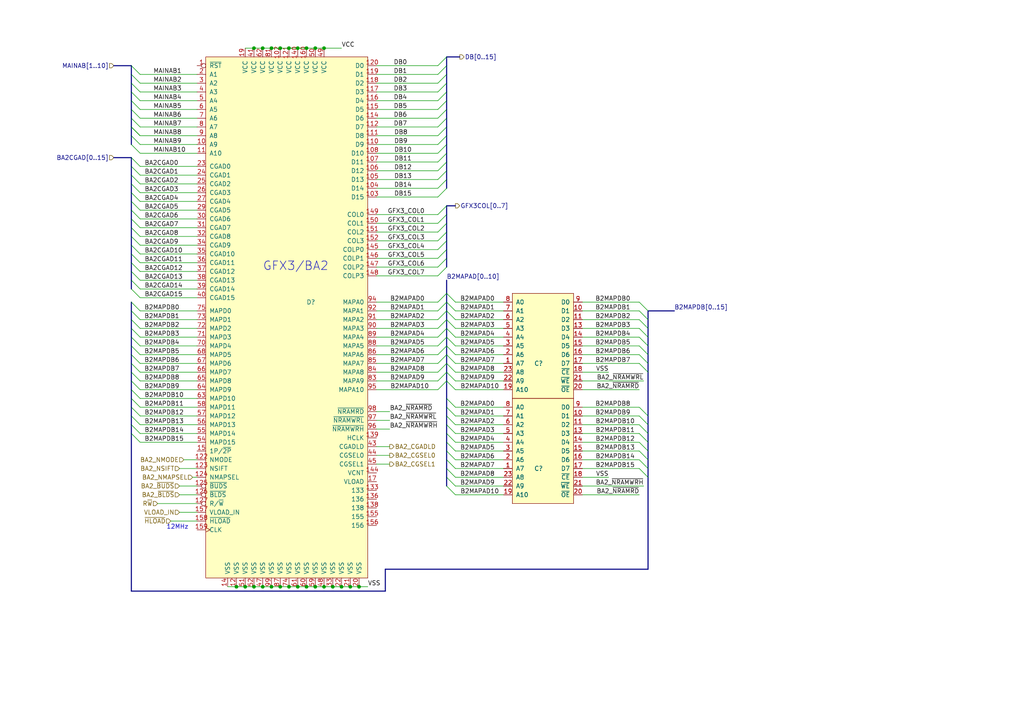
<source format=kicad_sch>
(kicad_sch (version 20211123) (generator eeschema)
  (paper "A4")
  (title_block (date "2022-03-10") (rev "José Tejada") (company "JOTEGO") (comment 1 "PCB donated by Atrac17 & DJHardRich") (comment 2 "Esperanza D Triana") (comment 3 "https://www.paypal.com/paypalme/topapate") (comment 4 "https://www.patreon.com/topapate"))
  (lib_symbols
    (symbol "arcade:CXK5816" (pin_names (offset 1.016))
      (property "Reference" "U" (at 0 0 0))
      (property "Value" "arcade_CXK5816" (at 1.27 6.35 0))
      (symbol "CXK5816_0_1"
        (rectangle (start -7.62 20.32) (end 10.16 -10.16) (fill (type background)))
      )
      (symbol "CXK5816_1_1"
        (pin input line (at -10.16 0 0) (length 2.54) (name "A7") (number "1"))
        (pin bidirectional line (at 12.7 15.24 180) (length 2.54) (name "D1") (number "10"))
        (pin bidirectional line (at 12.7 12.7 180) (length 2.54) (name "D2") (number "11"))
        (pin bidirectional line (at 12.7 10.16 180) (length 2.54) (name "D3") (number "13"))
        (pin bidirectional line (at 12.7 7.62 180) (length 2.54) (name "D4") (number "14"))
        (pin bidirectional line (at 12.7 5.08 180) (length 2.54) (name "D5") (number "15"))
        (pin bidirectional line (at 12.7 2.54 180) (length 2.54) (name "D6") (number "16"))
        (pin bidirectional line (at 12.7 0 180) (length 2.54) (name "D7") (number "17"))
        (pin input line (at 12.7 -2.54 180) (length 2.54) (name "~{CE}") (number "18"))
        (pin input line (at -10.16 -7.62 0) (length 2.54) (name "A10") (number "19"))
        (pin input line (at -10.16 2.54 0) (length 2.54) (name "A6") (number "2"))
        (pin input line (at 12.7 -7.62 180) (length 2.54) (name "~{OE}") (number "20"))
        (pin input line (at 12.7 -5.08 180) (length 2.54) (name "~{WE}") (number "21"))
        (pin input line (at -10.16 -5.08 0) (length 2.54) (name "A9") (number "22"))
        (pin input line (at -10.16 -2.54 0) (length 2.54) (name "A8") (number "23"))
        (pin input line (at -10.16 5.08 0) (length 2.54) (name "A5") (number "3"))
        (pin input line (at -10.16 7.62 0) (length 2.54) (name "A4") (number "4"))
        (pin input line (at -10.16 10.16 0) (length 2.54) (name "A3") (number "5"))
        (pin input line (at -10.16 12.7 0) (length 2.54) (name "A2") (number "6"))
        (pin input line (at -10.16 15.24 0) (length 2.54) (name "A1") (number "7"))
        (pin input line (at -10.16 17.78 0) (length 2.54) (name "A0") (number "8"))
        (pin bidirectional line (at 12.7 17.78 180) (length 2.54) (name "D0") (number "9"))
      )
    )
    (symbol "data_east:BAC06" (pin_names (offset 1.016))
      (property "Reference" "U" (at -1.27 2.54 0))
      (property "Value" "data_east_BAC06" (at -1.27 0 0))
      (symbol "BAC06_0_1"
        (rectangle (start -25.4 72.39) (end 21.59 -78.74) (fill (type background)))
      )
      (symbol "BAC06_1_1"
        (pin input inverted (at -27.94 69.85 0) (length 2.54) (name "~{RST}") (number "1"))
        (pin input line (at -27.94 46.99 0) (length 2.54) (name "A9") (number "10"))
        (pin power_in line (at -3.81 74.93 270) (length 2.54) (name "VCC") (number "102"))
        (pin bidirectional line (at 24.13 31.75 180) (length 2.54) (name "D15") (number "103"))
        (pin bidirectional line (at 24.13 34.29 180) (length 2.54) (name "D14") (number "104"))
        (pin bidirectional line (at 24.13 36.83 180) (length 2.54) (name "D13") (number "105"))
        (pin bidirectional line (at 24.13 39.37 180) (length 2.54) (name "D12") (number "106"))
        (pin bidirectional line (at 24.13 41.91 180) (length 2.54) (name "D11") (number "107"))
        (pin bidirectional line (at 24.13 44.45 180) (length 2.54) (name "D10") (number "108"))
        (pin input line (at -27.94 44.45 0) (length 2.54) (name "A10") (number "11"))
        (pin bidirectional line (at 24.13 46.99 180) (length 2.54) (name "D9") (number "110"))
        (pin bidirectional line (at 24.13 49.53 180) (length 2.54) (name "D8") (number "111"))
        (pin bidirectional line (at 24.13 52.07 180) (length 2.54) (name "D7") (number "112"))
        (pin bidirectional line (at 24.13 54.61 180) (length 2.54) (name "D6") (number "114"))
        (pin bidirectional line (at 24.13 57.15 180) (length 2.54) (name "D5") (number "115"))
        (pin bidirectional line (at 24.13 59.69 180) (length 2.54) (name "D4") (number "116"))
        (pin bidirectional line (at 24.13 62.23 180) (length 2.54) (name "D3") (number "117"))
        (pin bidirectional line (at 24.13 64.77 180) (length 2.54) (name "D2") (number "118"))
        (pin bidirectional line (at 24.13 67.31 180) (length 2.54) (name "D1") (number "119"))
        (pin power_in line (at -16.51 -81.28 90) (length 2.54) (name "VSS") (number "12"))
        (pin bidirectional line (at 24.13 69.85 180) (length 2.54) (name "D0") (number "120"))
        (pin power_in line (at -1.27 74.93 270) (length 2.54) (name "VCC") (number "121"))
        (pin input line (at -27.94 -44.45 0) (length 2.54) (name "NMODE") (number "122"))
        (pin input line (at -27.94 -46.99 0) (length 2.54) (name "NSIFT") (number "123"))
        (pin input line (at -27.94 -49.53 0) (length 2.54) (name "NMAPSEL") (number "124"))
        (pin input inverted (at -27.94 -52.07 0) (length 2.54) (name "~{BUDS}") (number "125"))
        (pin input inverted (at -27.94 -54.61 0) (length 2.54) (name "~{BLDS}") (number "126"))
        (pin input inverted (at -27.94 -57.15 0) (length 2.54) (name "R/~{W}") (number "127"))
        (pin output line (at 24.13 -53.34 180) (length 2.54) (name "133") (number "133"))
        (pin output line (at 24.13 -55.88 180) (length 2.54) (name "136") (number "136"))
        (pin output line (at 24.13 -58.42 180) (length 2.54) (name "138") (number "138"))
        (pin output line (at 24.13 -38.1 180) (length 2.54) (name "HCLK") (number "139"))
        (pin power_in line (at -19.05 -81.28 90) (length 2.54) (name "VSS") (number "14"))
        (pin power_in line (at 1.27 74.93 270) (length 2.54) (name "VCC") (number "140"))
        (pin output line (at 24.13 -48.26 180) (length 2.54) (name "VCNT") (number "144"))
        (pin output line (at 24.13 16.51 180) (length 2.54) (name "COLP0") (number "145"))
        (pin output line (at 24.13 13.97 180) (length 2.54) (name "COLP1") (number "146"))
        (pin output line (at 24.13 11.43 180) (length 2.54) (name "COLP2") (number "147"))
        (pin output line (at 24.13 8.89 180) (length 2.54) (name "COLP3") (number "148"))
        (pin output line (at 24.13 26.67 180) (length 2.54) (name "COL0") (number "149"))
        (pin input line (at -27.94 -41.91 0) (length 2.54) (name "1P/~{2P}") (number "15"))
        (pin output line (at 24.13 24.13 180) (length 2.54) (name "COL1") (number "150"))
        (pin output line (at 24.13 21.59 180) (length 2.54) (name "COL2") (number "151"))
        (pin output line (at 24.13 19.05 180) (length 2.54) (name "COL3") (number "152"))
        (pin output line (at 24.13 -60.96 180) (length 2.54) (name "155") (number "155"))
        (pin output line (at 24.13 -63.5 180) (length 2.54) (name "156") (number "156"))
        (pin input line (at -27.94 -59.69 0) (length 2.54) (name "VLOAD_IN") (number "157"))
        (pin input line (at -27.94 -62.23 0) (length 2.54) (name "~{HLOAD}") (number "158"))
        (pin input clock (at -27.94 -64.77 0) (length 2.54) (name "CLK") (number "159"))
        (pin power_in line (at 3.81 74.93 270) (length 2.54) (name "VCC") (number "160"))
        (pin output line (at 24.13 -50.8 180) (length 2.54) (name "VLOAD") (number "17"))
        (pin power_in line (at -13.97 74.93 270) (length 2.54) (name "VCC") (number "19"))
        (pin input line (at -27.94 67.31 0) (length 2.54) (name "A1") (number "2"))
        (pin power_in line (at 19.05 -81.28 90) (length 2.54) (name "VSS") (number "20"))
        (pin power_in line (at 16.51 -81.28 90) (length 2.54) (name "VSS") (number "21"))
        (pin power_in line (at 13.97 -81.28 90) (length 2.54) (name "VSS") (number "22"))
        (pin bidirectional line (at -27.94 40.64 0) (length 2.54) (name "CGAD0") (number "23"))
        (pin bidirectional line (at -27.94 38.1 0) (length 2.54) (name "CGAD1") (number "24"))
        (pin bidirectional line (at -27.94 35.56 0) (length 2.54) (name "CGAD2") (number "25"))
        (pin bidirectional line (at -27.94 33.02 0) (length 2.54) (name "CGAD3") (number "26"))
        (pin bidirectional line (at -27.94 30.48 0) (length 2.54) (name "CGAD4") (number "27"))
        (pin bidirectional line (at -27.94 27.94 0) (length 2.54) (name "CGAD5") (number "29"))
        (pin input line (at -27.94 64.77 0) (length 2.54) (name "A2") (number "3"))
        (pin bidirectional line (at -27.94 25.4 0) (length 2.54) (name "CGAD6") (number "30"))
        (pin bidirectional line (at -27.94 22.86 0) (length 2.54) (name "CGAD7") (number "31"))
        (pin bidirectional line (at -27.94 20.32 0) (length 2.54) (name "CGAD8") (number "32"))
        (pin power_in line (at 11.43 -81.28 90) (length 2.54) (name "VSS") (number "33"))
        (pin bidirectional line (at -27.94 17.78 0) (length 2.54) (name "CGAD9") (number "34"))
        (pin bidirectional line (at -27.94 15.24 0) (length 2.54) (name "CGAD10") (number "35"))
        (pin bidirectional line (at -27.94 12.7 0) (length 2.54) (name "CGAD11") (number "36"))
        (pin bidirectional line (at -27.94 10.16 0) (length 2.54) (name "CGAD12") (number "37"))
        (pin bidirectional line (at -27.94 7.62 0) (length 2.54) (name "CGAD13") (number "38"))
        (pin bidirectional line (at -27.94 5.08 0) (length 2.54) (name "CGAD14") (number "39"))
        (pin input line (at -27.94 62.23 0) (length 2.54) (name "A3") (number "4"))
        (pin bidirectional line (at -27.94 2.54 0) (length 2.54) (name "CGAD15") (number "40"))
        (pin power_in line (at -11.43 74.93 270) (length 2.54) (name "VCC") (number "41"))
        (pin output line (at 24.13 -40.64 180) (length 2.54) (name "CGADLD") (number "43"))
        (pin output line (at 24.13 -43.18 180) (length 2.54) (name "CGSEL0") (number "44"))
        (pin output line (at 24.13 -45.72 180) (length 2.54) (name "CGSEL1") (number "45"))
        (pin power_in line (at -8.89 -81.28 90) (length 2.54) (name "VSS") (number "47"))
        (pin power_in line (at 8.89 -81.28 90) (length 2.54) (name "VSS") (number "48"))
        (pin power_in line (at 8.89 74.93 270) (length 2.54) (name "VCC") (number "49"))
        (pin input line (at -27.94 59.69 0) (length 2.54) (name "A4") (number "5"))
        (pin power_in line (at 6.35 74.93 270) (length 2.54) (name "VCC") (number "50"))
        (pin power_in line (at -13.97 -81.28 90) (length 2.54) (name "VSS") (number "51"))
        (pin power_in line (at -11.43 -81.28 90) (length 2.54) (name "VSS") (number "52"))
        (pin bidirectional line (at -27.94 -39.37 0) (length 2.54) (name "MAPD15") (number "54"))
        (pin bidirectional line (at -27.94 -36.83 0) (length 2.54) (name "MAPD14") (number "55"))
        (pin bidirectional line (at -27.94 -34.29 0) (length 2.54) (name "MAPD13") (number "56"))
        (pin bidirectional line (at -27.94 -31.75 0) (length 2.54) (name "MAPD12") (number "57"))
        (pin bidirectional line (at -27.94 -29.21 0) (length 2.54) (name "MAPD11") (number "58"))
        (pin power_in line (at 6.35 -81.28 90) (length 2.54) (name "VSS") (number "59"))
        (pin input line (at -27.94 57.15 0) (length 2.54) (name "A5") (number "6"))
        (pin power_in line (at 3.81 -81.28 90) (length 2.54) (name "VSS") (number "60"))
        (pin power_in line (at 1.27 -81.28 90) (length 2.54) (name "VSS") (number "61"))
        (pin power_in line (at -8.89 74.93 270) (length 2.54) (name "VCC") (number "62"))
        (pin bidirectional line (at -27.94 -26.67 0) (length 2.54) (name "MAPD10") (number "63"))
        (pin bidirectional line (at -27.94 -24.13 0) (length 2.54) (name "MAPD9") (number "64"))
        (pin bidirectional line (at -27.94 -21.59 0) (length 2.54) (name "MAPD8") (number "65"))
        (pin bidirectional line (at -27.94 -19.05 0) (length 2.54) (name "MAPD7") (number "66"))
        (pin bidirectional line (at -27.94 -16.51 0) (length 2.54) (name "MAPD6") (number "67"))
        (pin bidirectional line (at -27.94 -13.97 0) (length 2.54) (name "MAPD5") (number "68"))
        (pin input line (at -27.94 54.61 0) (length 2.54) (name "A6") (number "7"))
        (pin bidirectional line (at -27.94 -11.43 0) (length 2.54) (name "MAPD4") (number "70"))
        (pin bidirectional line (at -27.94 -8.89 0) (length 2.54) (name "MAPD3") (number "71"))
        (pin bidirectional line (at -27.94 -6.35 0) (length 2.54) (name "MAPD2") (number "72"))
        (pin bidirectional line (at -27.94 -3.81 0) (length 2.54) (name "MAPD1") (number "73"))
        (pin power_in line (at -1.27 -81.28 90) (length 2.54) (name "VSS") (number "74"))
        (pin bidirectional line (at -27.94 -1.27 0) (length 2.54) (name "MAPD0") (number "75"))
        (pin input line (at -27.94 52.07 0) (length 2.54) (name "A7") (number "8"))
        (pin power_in line (at -6.35 74.93 270) (length 2.54) (name "VCC") (number "81"))
        (pin output line (at 24.13 -21.59 180) (length 2.54) (name "MAPA9") (number "83"))
        (pin output line (at 24.13 -19.05 180) (length 2.54) (name "MAPA8") (number "84"))
        (pin output line (at 24.13 -16.51 180) (length 2.54) (name "MAPA7") (number "85"))
        (pin output line (at 24.13 -13.97 180) (length 2.54) (name "MAPA6") (number "86"))
        (pin power_in line (at -3.81 -81.28 90) (length 2.54) (name "VSS") (number "87"))
        (pin output line (at 24.13 -11.43 180) (length 2.54) (name "MAPA5") (number "88"))
        (pin output line (at 24.13 -8.89 180) (length 2.54) (name "MAPA4") (number "89"))
        (pin input line (at -27.94 49.53 0) (length 2.54) (name "A8") (number "9"))
        (pin output line (at 24.13 -6.35 180) (length 2.54) (name "MAPA3") (number "90"))
        (pin output line (at 24.13 -3.81 180) (length 2.54) (name "MAPA2") (number "91"))
        (pin output line (at 24.13 -1.27 180) (length 2.54) (name "MAPA1") (number "92"))
        (pin output line (at 24.13 1.27 180) (length 2.54) (name "MAPA0") (number "94"))
        (pin output line (at 24.13 -24.13 180) (length 2.54) (name "MAPA10") (number "95"))
        (pin output line (at 24.13 -35.56 180) (length 2.54) (name "~{NRAMWRH}") (number "96"))
        (pin output line (at 24.13 -33.02 180) (length 2.54) (name "~{NRAMWRL}") (number "97"))
        (pin output line (at 24.13 -30.48 180) (length 2.54) (name "~{NRAMRD}") (number "98"))
        (pin power_in line (at -6.35 -81.28 90) (length 2.54) (name "VSS") (number "99"))
      )
    )
  )
  (junction (at 93.98 13.97))
  (junction (at 73.66 170.18))
  (junction (at 76.2 170.18))
  (junction (at 88.9 170.18))
  (junction (at 101.6 170.18))
  (junction (at 76.2 13.97))
  (junction (at 86.36 170.18))
  (junction (at 93.98 170.18))
  (junction (at 88.9 13.97))
  (junction (at 68.58 170.18))
  (junction (at 91.44 170.18))
  (junction (at 78.74 13.97))
  (junction (at 91.44 13.97))
  (junction (at 81.28 170.18))
  (junction (at 104.14 170.18))
  (junction (at 73.66 13.97))
  (junction (at 83.82 170.18))
  (junction (at 96.52 170.18))
  (junction (at 71.12 170.18))
  (junction (at 99.06 170.18))
  (junction (at 81.28 13.97))
  (junction (at 83.82 13.97))
  (junction (at 86.36 13.97))
  (junction (at 78.74 170.18))
  (bus_entry (at 40.64 58.42) (size -2.54 -2.54))
  (bus_entry (at 129.54 140.97) (size 2.54 2.54))
  (bus_entry (at 129.54 85.09) (size 2.54 2.54))
  (bus_entry (at 127 100.33) (size 2.54 -2.54))
  (bus_entry (at 129.54 100.33) (size 2.54 2.54))
  (bus_entry (at 40.64 83.82) (size -2.54 -2.54))
  (bus_entry (at 40.64 115.57) (size -2.54 -2.54))
  (bus_entry (at 187.96 125.73) (size -2.54 -2.54))
  (bus_entry (at 187.96 100.33) (size -2.54 -2.54))
  (bus_entry (at 129.54 36.83) (size -2.54 2.54))
  (bus_entry (at 129.54 135.89) (size 2.54 2.54))
  (bus_entry (at 40.64 86.36) (size -2.54 -2.54))
  (bus_entry (at 129.54 52.07) (size -2.54 2.54))
  (bus_entry (at 127 87.63) (size 2.54 -2.54))
  (bus_entry (at 40.64 110.49) (size -2.54 -2.54))
  (bus_entry (at 187.96 92.71) (size -2.54 -2.54))
  (bus_entry (at 127 107.95) (size 2.54 -2.54))
  (bus_entry (at 38.1 21.59) (size 2.54 2.54))
  (bus_entry (at 38.1 39.37) (size 2.54 2.54))
  (bus_entry (at 38.1 36.83) (size 2.54 2.54))
  (bus_entry (at 40.64 53.34) (size -2.54 -2.54))
  (bus_entry (at 40.64 63.5) (size -2.54 -2.54))
  (bus_entry (at 187.96 133.35) (size -2.54 -2.54))
  (bus_entry (at 127 80.01) (size 2.54 -2.54))
  (bus_entry (at 127 113.03) (size 2.54 -2.54))
  (bus_entry (at 187.96 120.65) (size -2.54 -2.54))
  (bus_entry (at 40.64 90.17) (size -2.54 -2.54))
  (bus_entry (at 187.96 130.81) (size -2.54 -2.54))
  (bus_entry (at 38.1 29.21) (size 2.54 2.54))
  (bus_entry (at 127 24.13) (size 2.54 -2.54))
  (bus_entry (at 127 62.23) (size 2.54 -2.54))
  (bus_entry (at 129.54 46.99) (size -2.54 2.54))
  (bus_entry (at 38.1 34.29) (size 2.54 2.54))
  (bus_entry (at 40.64 118.11) (size -2.54 -2.54))
  (bus_entry (at 40.64 71.12) (size -2.54 -2.54))
  (bus_entry (at 127 74.93) (size 2.54 -2.54))
  (bus_entry (at 129.54 138.43) (size 2.54 2.54))
  (bus_entry (at 40.64 105.41) (size -2.54 -2.54))
  (bus_entry (at 40.64 113.03) (size -2.54 -2.54))
  (bus_entry (at 127 29.21) (size 2.54 -2.54))
  (bus_entry (at 40.64 76.2) (size -2.54 -2.54))
  (bus_entry (at 127 21.59) (size 2.54 -2.54))
  (bus_entry (at 127 67.31) (size 2.54 -2.54))
  (bus_entry (at 187.96 95.25) (size -2.54 -2.54))
  (bus_entry (at 40.64 107.95) (size -2.54 -2.54))
  (bus_entry (at 129.54 105.41) (size 2.54 2.54))
  (bus_entry (at 187.96 138.43) (size -2.54 -2.54))
  (bus_entry (at 129.54 102.87) (size 2.54 2.54))
  (bus_entry (at 127 69.85) (size 2.54 -2.54))
  (bus_entry (at 129.54 107.95) (size 2.54 2.54))
  (bus_entry (at 127 26.67) (size 2.54 -2.54))
  (bus_entry (at 127 102.87) (size 2.54 -2.54))
  (bus_entry (at 40.64 66.04) (size -2.54 -2.54))
  (bus_entry (at 40.64 55.88) (size -2.54 -2.54))
  (bus_entry (at 40.64 128.27) (size -2.54 -2.54))
  (bus_entry (at 129.54 123.19) (size 2.54 2.54))
  (bus_entry (at 129.54 95.25) (size 2.54 2.54))
  (bus_entry (at 38.1 24.13) (size 2.54 2.54))
  (bus_entry (at 40.64 97.79) (size -2.54 -2.54))
  (bus_entry (at 129.54 128.27) (size 2.54 2.54))
  (bus_entry (at 129.54 110.49) (size 2.54 2.54))
  (bus_entry (at 129.54 118.11) (size 2.54 2.54))
  (bus_entry (at 40.64 48.26) (size -2.54 -2.54))
  (bus_entry (at 127 36.83) (size 2.54 -2.54))
  (bus_entry (at 187.96 107.95) (size -2.54 -2.54))
  (bus_entry (at 187.96 97.79) (size -2.54 -2.54))
  (bus_entry (at 187.96 105.41) (size -2.54 -2.54))
  (bus_entry (at 129.54 54.61) (size -2.54 2.54))
  (bus_entry (at 40.64 95.25) (size -2.54 -2.54))
  (bus_entry (at 127 77.47) (size 2.54 -2.54))
  (bus_entry (at 187.96 90.17) (size -2.54 -2.54))
  (bus_entry (at 40.64 50.8) (size -2.54 -2.54))
  (bus_entry (at 187.96 123.19) (size -2.54 -2.54))
  (bus_entry (at 127 110.49) (size 2.54 -2.54))
  (bus_entry (at 127 105.41) (size 2.54 -2.54))
  (bus_entry (at 40.64 78.74) (size -2.54 -2.54))
  (bus_entry (at 40.64 123.19) (size -2.54 -2.54))
  (bus_entry (at 129.54 115.57) (size 2.54 2.54))
  (bus_entry (at 127 19.05) (size 2.54 -2.54))
  (bus_entry (at 187.96 128.27) (size -2.54 -2.54))
  (bus_entry (at 187.96 102.87) (size -2.54 -2.54))
  (bus_entry (at 129.54 130.81) (size 2.54 2.54))
  (bus_entry (at 127 72.39) (size 2.54 -2.54))
  (bus_entry (at 40.64 92.71) (size -2.54 -2.54))
  (bus_entry (at 129.54 92.71) (size 2.54 2.54))
  (bus_entry (at 129.54 97.79) (size 2.54 2.54))
  (bus_entry (at 129.54 133.35) (size 2.54 2.54))
  (bus_entry (at 129.54 120.65) (size 2.54 2.54))
  (bus_entry (at 187.96 135.89) (size -2.54 -2.54))
  (bus_entry (at 127 92.71) (size 2.54 -2.54))
  (bus_entry (at 129.54 44.45) (size -2.54 2.54))
  (bus_entry (at 40.64 100.33) (size -2.54 -2.54))
  (bus_entry (at 127 95.25) (size 2.54 -2.54))
  (bus_entry (at 127 34.29) (size 2.54 -2.54))
  (bus_entry (at 38.1 31.75) (size 2.54 2.54))
  (bus_entry (at 40.64 102.87) (size -2.54 -2.54))
  (bus_entry (at 38.1 19.05) (size 2.54 2.54))
  (bus_entry (at 40.64 125.73) (size -2.54 -2.54))
  (bus_entry (at 40.64 60.96) (size -2.54 -2.54))
  (bus_entry (at 129.54 87.63) (size 2.54 2.54))
  (bus_entry (at 129.54 90.17) (size 2.54 2.54))
  (bus_entry (at 38.1 26.67) (size 2.54 2.54))
  (bus_entry (at 40.64 120.65) (size -2.54 -2.54))
  (bus_entry (at 129.54 39.37) (size -2.54 2.54))
  (bus_entry (at 38.1 41.91) (size 2.54 2.54))
  (bus_entry (at 40.64 73.66) (size -2.54 -2.54))
  (bus_entry (at 129.54 49.53) (size -2.54 2.54))
  (bus_entry (at 129.54 41.91) (size -2.54 2.54))
  (bus_entry (at 40.64 81.28) (size -2.54 -2.54))
  (bus_entry (at 38.1 36.83) (size 2.54 2.54))
  (bus_entry (at 127 31.75) (size 2.54 -2.54))
  (bus_entry (at 129.54 125.73) (size 2.54 2.54))
  (bus_entry (at 127 90.17) (size 2.54 -2.54))
  (bus_entry (at 127 97.79) (size 2.54 -2.54))
  (bus_entry (at 127 64.77) (size 2.54 -2.54))
  (bus_entry (at 40.64 68.58) (size -2.54 -2.54))
  (wire (pts (xy 52.07 135.89) (xy 57.15 135.89)))
  (bus (pts (xy 129.54 34.29) (xy 129.54 36.83)))
  (wire (pts (xy 40.64 120.65) (xy 57.15 120.65)))
  (bus (pts (xy 187.96 100.33) (xy 187.96 102.87)))
  (wire (pts (xy 73.66 170.18) (xy 76.2 170.18)))
  (bus (pts (xy 38.1 31.75) (xy 38.1 34.29)))
  (bus (pts (xy 38.1 68.58) (xy 38.1 71.12)))
  (bus (pts (xy 38.1 76.2) (xy 38.1 78.74)))
  (wire (pts (xy 185.42 87.63) (xy 168.91 87.63)))
  (bus (pts (xy 38.1 95.25) (xy 38.1 97.79)))
  (wire (pts (xy 185.42 100.33) (xy 168.91 100.33)))
  (wire (pts (xy 88.9 13.97) (xy 86.36 13.97)))
  (wire (pts (xy 40.64 44.45) (xy 57.15 44.45)))
  (wire (pts (xy 40.64 102.87) (xy 57.15 102.87)))
  (bus (pts (xy 38.1 58.42) (xy 38.1 60.96)))
  (bus (pts (xy 38.1 53.34) (xy 38.1 55.88)))
  (bus (pts (xy 129.54 44.45) (xy 129.54 46.99)))
  (wire (pts (xy 185.42 92.71) (xy 168.91 92.71)))
  (wire (pts (xy 132.08 97.79) (xy 146.05 97.79)))
  (bus (pts (xy 129.54 21.59) (xy 129.54 24.13)))
  (bus (pts (xy 187.96 92.71) (xy 187.96 95.25)))
  (bus (pts (xy 129.54 102.87) (xy 129.54 105.41)))
  (bus (pts (xy 38.1 71.12) (xy 38.1 73.66)))
  (wire (pts (xy 185.42 125.73) (xy 168.91 125.73)))
  (bus (pts (xy 38.1 97.79) (xy 38.1 100.33)))
  (wire (pts (xy 185.42 118.11) (xy 168.91 118.11)))
  (bus (pts (xy 129.54 67.31) (xy 129.54 69.85)))
  (wire (pts (xy 113.03 132.08) (xy 109.22 132.08)))
  (bus (pts (xy 38.1 36.83) (xy 38.1 39.37)))
  (wire (pts (xy 109.22 74.93) (xy 127 74.93)))
  (wire (pts (xy 40.64 128.27) (xy 57.15 128.27)))
  (bus (pts (xy 38.1 87.63) (xy 38.1 90.17)))
  (bus (pts (xy 129.54 138.43) (xy 129.54 140.97)))
  (bus (pts (xy 38.1 92.71) (xy 38.1 95.25)))
  (wire (pts (xy 52.07 148.59) (xy 57.15 148.59)))
  (wire (pts (xy 91.44 13.97) (xy 88.9 13.97)))
  (bus (pts (xy 38.1 118.11) (xy 38.1 120.65)))
  (bus (pts (xy 129.54 29.21) (xy 129.54 31.75)))
  (bus (pts (xy 187.96 123.19) (xy 187.96 125.73)))
  (wire (pts (xy 132.08 90.17) (xy 146.05 90.17)))
  (wire (pts (xy 40.64 76.2) (xy 57.15 76.2)))
  (wire (pts (xy 71.12 170.18) (xy 73.66 170.18)))
  (wire (pts (xy 132.08 120.65) (xy 146.05 120.65)))
  (wire (pts (xy 40.64 60.96) (xy 57.15 60.96)))
  (bus (pts (xy 38.1 125.73) (xy 38.1 171.45)))
  (wire (pts (xy 109.22 64.77) (xy 127 64.77)))
  (bus (pts (xy 129.54 62.23) (xy 129.54 64.77)))
  (bus (pts (xy 38.1 105.41) (xy 38.1 107.95)))
  (bus (pts (xy 187.96 97.79) (xy 187.96 100.33)))
  (wire (pts (xy 40.64 71.12) (xy 57.15 71.12)))
  (wire (pts (xy 40.64 81.28) (xy 57.15 81.28)))
  (wire (pts (xy 185.42 90.17) (xy 168.91 90.17)))
  (bus (pts (xy 129.54 133.35) (xy 129.54 135.89)))
  (bus (pts (xy 38.1 81.28) (xy 38.1 83.82)))
  (wire (pts (xy 186.69 110.49) (xy 168.91 110.49)))
  (wire (pts (xy 176.53 107.95) (xy 168.91 107.95)))
  (wire (pts (xy 40.64 90.17) (xy 57.15 90.17)))
  (bus (pts (xy 38.1 107.95) (xy 38.1 110.49)))
  (wire (pts (xy 78.74 170.18) (xy 81.28 170.18)))
  (bus (pts (xy 129.54 36.83) (xy 129.54 39.37)))
  (wire (pts (xy 176.53 138.43) (xy 168.91 138.43)))
  (bus (pts (xy 129.54 100.33) (xy 129.54 102.87)))
  (bus (pts (xy 129.54 24.13) (xy 129.54 26.67)))
  (wire (pts (xy 68.58 170.18) (xy 71.12 170.18)))
  (wire (pts (xy 40.64 73.66) (xy 57.15 73.66)))
  (wire (pts (xy 132.08 105.41) (xy 146.05 105.41)))
  (bus (pts (xy 187.96 125.73) (xy 187.96 128.27)))
  (wire (pts (xy 76.2 170.18) (xy 78.74 170.18)))
  (wire (pts (xy 83.82 13.97) (xy 81.28 13.97)))
  (wire (pts (xy 40.64 125.73) (xy 57.15 125.73)))
  (wire (pts (xy 40.64 66.04) (xy 57.15 66.04)))
  (wire (pts (xy 86.36 13.97) (xy 83.82 13.97)))
  (wire (pts (xy 93.98 170.18) (xy 96.52 170.18)))
  (wire (pts (xy 109.22 77.47) (xy 127 77.47)))
  (bus (pts (xy 38.1 45.72) (xy 38.1 48.26)))
  (wire (pts (xy 109.22 92.71) (xy 127 92.71)))
  (wire (pts (xy 185.42 113.03) (xy 168.91 113.03)))
  (wire (pts (xy 109.22 105.41) (xy 127 105.41)))
  (wire (pts (xy 132.08 140.97) (xy 146.05 140.97)))
  (wire (pts (xy 132.08 123.19) (xy 146.05 123.19)))
  (wire (pts (xy 40.64 83.82) (xy 57.15 83.82)))
  (wire (pts (xy 40.64 97.79) (xy 57.15 97.79)))
  (wire (pts (xy 93.98 13.97) (xy 99.06 13.97)))
  (wire (pts (xy 185.42 123.19) (xy 168.91 123.19)))
  (wire (pts (xy 132.08 128.27) (xy 146.05 128.27)))
  (wire (pts (xy 57.15 29.21) (xy 40.64 29.21)))
  (bus (pts (xy 129.54 115.57) (xy 129.54 118.11)))
  (wire (pts (xy 52.07 140.97) (xy 57.15 140.97)))
  (bus (pts (xy 33.02 19.05) (xy 38.1 19.05)))
  (bus (pts (xy 129.54 59.69) (xy 129.54 62.23)))
  (bus (pts (xy 38.1 45.72) (xy 33.02 45.72)))
  (bus (pts (xy 187.96 120.65) (xy 187.96 123.19)))
  (bus (pts (xy 129.54 125.73) (xy 129.54 128.27)))
  (bus (pts (xy 187.96 135.89) (xy 187.96 138.43)))
  (wire (pts (xy 109.22 26.67) (xy 127 26.67)))
  (bus (pts (xy 129.54 74.93) (xy 129.54 77.47)))
  (bus (pts (xy 129.54 92.71) (xy 129.54 95.25)))
  (wire (pts (xy 109.22 72.39) (xy 127 72.39)))
  (bus (pts (xy 129.54 49.53) (xy 129.54 52.07)))
  (bus (pts (xy 129.54 52.07) (xy 129.54 54.61)))
  (wire (pts (xy 185.42 102.87) (xy 168.91 102.87)))
  (wire (pts (xy 109.22 113.03) (xy 127 113.03)))
  (bus (pts (xy 129.54 39.37) (xy 129.54 41.91)))
  (wire (pts (xy 53.34 133.35) (xy 57.15 133.35)))
  (wire (pts (xy 71.12 13.97) (xy 73.66 13.97)))
  (wire (pts (xy 86.36 170.18) (xy 88.9 170.18)))
  (wire (pts (xy 132.08 138.43) (xy 146.05 138.43)))
  (wire (pts (xy 132.08 92.71) (xy 146.05 92.71)))
  (wire (pts (xy 109.22 41.91) (xy 127 41.91)))
  (wire (pts (xy 185.42 135.89) (xy 168.91 135.89)))
  (wire (pts (xy 109.22 36.83) (xy 127 36.83)))
  (wire (pts (xy 88.9 170.18) (xy 91.44 170.18)))
  (bus (pts (xy 129.54 59.69) (xy 132.08 59.69)))
  (bus (pts (xy 38.1 110.49) (xy 38.1 113.03)))
  (wire (pts (xy 109.22 80.01) (xy 127 80.01)))
  (bus (pts (xy 195.58 90.17) (xy 187.96 90.17)))
  (wire (pts (xy 40.64 34.29) (xy 57.15 34.29)))
  (wire (pts (xy 40.64 105.41) (xy 57.15 105.41)))
  (wire (pts (xy 93.98 13.97) (xy 91.44 13.97)))
  (bus (pts (xy 38.1 100.33) (xy 38.1 102.87)))
  (wire (pts (xy 132.08 133.35) (xy 146.05 133.35)))
  (bus (pts (xy 129.54 105.41) (xy 129.54 107.95)))
  (wire (pts (xy 40.64 118.11) (xy 57.15 118.11)))
  (bus (pts (xy 129.54 46.99) (xy 129.54 49.53)))
  (bus (pts (xy 38.1 39.37) (xy 38.1 41.91)))
  (wire (pts (xy 40.64 115.57) (xy 57.15 115.57)))
  (bus (pts (xy 129.54 16.51) (xy 129.54 19.05)))
  (bus (pts (xy 38.1 19.05) (xy 38.1 21.59)))
  (bus (pts (xy 187.96 165.1) (xy 111.76 165.1)))
  (wire (pts (xy 109.22 67.31) (xy 127 67.31)))
  (wire (pts (xy 109.22 124.46) (xy 113.03 124.46)))
  (wire (pts (xy 109.22 69.85) (xy 127 69.85)))
  (bus (pts (xy 129.54 97.79) (xy 129.54 100.33)))
  (bus (pts (xy 38.1 26.67) (xy 38.1 29.21)))
  (wire (pts (xy 40.64 21.59) (xy 57.15 21.59)))
  (bus (pts (xy 38.1 24.13) (xy 38.1 26.67)))
  (wire (pts (xy 40.64 92.71) (xy 57.15 92.71)))
  (bus (pts (xy 187.96 128.27) (xy 187.96 130.81)))
  (bus (pts (xy 133.35 16.51) (xy 129.54 16.51)))
  (wire (pts (xy 40.64 39.37) (xy 57.15 39.37)))
  (wire (pts (xy 40.64 110.49) (xy 57.15 110.49)))
  (wire (pts (xy 109.22 95.25) (xy 127 95.25)))
  (wire (pts (xy 185.42 128.27) (xy 168.91 128.27)))
  (wire (pts (xy 132.08 107.95) (xy 146.05 107.95)))
  (wire (pts (xy 99.06 170.18) (xy 101.6 170.18)))
  (bus (pts (xy 38.1 120.65) (xy 38.1 123.19)))
  (wire (pts (xy 96.52 170.18) (xy 99.06 170.18)))
  (wire (pts (xy 109.22 44.45) (xy 127 44.45)))
  (wire (pts (xy 113.03 129.54) (xy 109.22 129.54)))
  (bus (pts (xy 129.54 26.67) (xy 129.54 29.21)))
  (wire (pts (xy 185.42 95.25) (xy 168.91 95.25)))
  (wire (pts (xy 186.69 140.97) (xy 168.91 140.97)))
  (wire (pts (xy 109.22 54.61) (xy 127 54.61)))
  (wire (pts (xy 40.64 26.67) (xy 57.15 26.67)))
  (wire (pts (xy 83.82 170.18) (xy 86.36 170.18)))
  (bus (pts (xy 129.54 95.25) (xy 129.54 97.79)))
  (wire (pts (xy 40.64 86.36) (xy 57.15 86.36)))
  (bus (pts (xy 187.96 138.43) (xy 187.96 165.1)))
  (wire (pts (xy 40.64 55.88) (xy 57.15 55.88)))
  (bus (pts (xy 129.54 41.91) (xy 129.54 44.45)))
  (bus (pts (xy 129.54 135.89) (xy 129.54 138.43)))
  (wire (pts (xy 40.64 123.19) (xy 57.15 123.19)))
  (wire (pts (xy 109.22 110.49) (xy 127 110.49)))
  (bus (pts (xy 129.54 120.65) (xy 129.54 123.19)))
  (bus (pts (xy 111.76 171.45) (xy 38.1 171.45)))
  (wire (pts (xy 185.42 97.79) (xy 168.91 97.79)))
  (bus (pts (xy 187.96 107.95) (xy 187.96 120.65)))
  (bus (pts (xy 129.54 19.05) (xy 129.54 21.59)))
  (wire (pts (xy 40.64 63.5) (xy 57.15 63.5)))
  (bus (pts (xy 129.54 130.81) (xy 129.54 133.35)))
  (wire (pts (xy 109.22 34.29) (xy 127 34.29)))
  (wire (pts (xy 49.53 151.13) (xy 57.15 151.13)))
  (wire (pts (xy 132.08 87.63) (xy 146.05 87.63)))
  (wire (pts (xy 132.08 118.11) (xy 146.05 118.11)))
  (bus (pts (xy 38.1 115.57) (xy 38.1 118.11)))
  (wire (pts (xy 55.88 138.43) (xy 57.15 138.43)))
  (bus (pts (xy 129.54 31.75) (xy 129.54 34.29)))
  (wire (pts (xy 40.64 58.42) (xy 57.15 58.42)))
  (wire (pts (xy 109.22 87.63) (xy 127 87.63)))
  (bus (pts (xy 38.1 50.8) (xy 38.1 53.34)))
  (bus (pts (xy 38.1 102.87) (xy 38.1 105.41)))
  (bus (pts (xy 129.54 123.19) (xy 129.54 125.73)))
  (wire (pts (xy 132.08 95.25) (xy 146.05 95.25)))
  (wire (pts (xy 57.15 41.91) (xy 40.64 41.91)))
  (wire (pts (xy 101.6 170.18) (xy 104.14 170.18)))
  (wire (pts (xy 113.03 119.38) (xy 109.22 119.38)))
  (bus (pts (xy 38.1 78.74) (xy 38.1 81.28)))
  (wire (pts (xy 78.74 13.97) (xy 76.2 13.97)))
  (bus (pts (xy 129.54 118.11) (xy 129.54 120.65)))
  (wire (pts (xy 81.28 13.97) (xy 78.74 13.97)))
  (wire (pts (xy 132.08 125.73) (xy 146.05 125.73)))
  (wire (pts (xy 185.42 105.41) (xy 168.91 105.41)))
  (bus (pts (xy 111.76 165.1) (xy 111.76 171.45)))
  (wire (pts (xy 76.2 13.97) (xy 73.66 13.97)))
  (bus (pts (xy 129.54 64.77) (xy 129.54 67.31)))
  (bus (pts (xy 129.54 87.63) (xy 129.54 90.17)))
  (wire (pts (xy 109.22 107.95) (xy 127 107.95)))
  (wire (pts (xy 109.22 57.15) (xy 127 57.15)))
  (wire (pts (xy 52.07 143.51) (xy 57.15 143.51)))
  (wire (pts (xy 66.04 170.18) (xy 68.58 170.18)))
  (wire (pts (xy 40.64 53.34) (xy 57.15 53.34)))
  (bus (pts (xy 38.1 73.66) (xy 38.1 76.2)))
  (bus (pts (xy 38.1 55.88) (xy 38.1 58.42)))
  (wire (pts (xy 104.14 170.18) (xy 106.68 170.18)))
  (wire (pts (xy 132.08 113.03) (xy 146.05 113.03)))
  (bus (pts (xy 129.54 69.85) (xy 129.54 72.39)))
  (wire (pts (xy 40.64 50.8) (xy 57.15 50.8)))
  (wire (pts (xy 91.44 170.18) (xy 93.98 170.18)))
  (wire (pts (xy 109.22 100.33) (xy 127 100.33)))
  (wire (pts (xy 109.22 52.07) (xy 127 52.07)))
  (bus (pts (xy 187.96 90.17) (xy 187.96 92.71)))
  (bus (pts (xy 187.96 105.41) (xy 187.96 107.95)))
  (wire (pts (xy 40.64 36.83) (xy 57.15 36.83)))
  (bus (pts (xy 38.1 66.04) (xy 38.1 68.58)))
  (wire (pts (xy 168.91 143.51) (xy 185.42 143.51)))
  (wire (pts (xy 132.08 102.87) (xy 146.05 102.87)))
  (wire (pts (xy 109.22 134.62) (xy 113.03 134.62)))
  (wire (pts (xy 132.08 100.33) (xy 146.05 100.33)))
  (bus (pts (xy 38.1 34.29) (xy 38.1 36.83)))
  (bus (pts (xy 187.96 95.25) (xy 187.96 97.79)))
  (wire (pts (xy 109.22 62.23) (xy 127 62.23)))
  (bus (pts (xy 187.96 102.87) (xy 187.96 105.41)))
  (bus (pts (xy 38.1 113.03) (xy 38.1 115.57)))
  (bus (pts (xy 38.1 21.59) (xy 38.1 24.13)))
  (wire (pts (xy 132.08 130.81) (xy 146.05 130.81)))
  (wire (pts (xy 40.64 31.75) (xy 57.15 31.75)))
  (wire (pts (xy 132.08 110.49) (xy 146.05 110.49)))
  (wire (pts (xy 40.64 95.25) (xy 57.15 95.25)))
  (bus (pts (xy 187.96 133.35) (xy 187.96 135.89)))
  (wire (pts (xy 40.64 107.95) (xy 57.15 107.95)))
  (wire (pts (xy 109.22 31.75) (xy 127 31.75)))
  (wire (pts (xy 185.42 120.65) (xy 168.91 120.65)))
  (wire (pts (xy 109.22 24.13) (xy 127 24.13)))
  (wire (pts (xy 40.64 113.03) (xy 57.15 113.03)))
  (wire (pts (xy 132.08 143.51) (xy 146.05 143.51)))
  (bus (pts (xy 38.1 60.96) (xy 38.1 63.5)))
  (bus (pts (xy 187.96 130.81) (xy 187.96 133.35)))
  (bus (pts (xy 38.1 48.26) (xy 38.1 50.8)))
  (bus (pts (xy 38.1 29.21) (xy 38.1 31.75)))
  (wire (pts (xy 109.22 97.79) (xy 127 97.79)))
  (bus (pts (xy 38.1 123.19) (xy 38.1 125.73)))
  (bus (pts (xy 38.1 90.17) (xy 38.1 92.71)))
  (wire (pts (xy 185.42 133.35) (xy 168.91 133.35)))
  (wire (pts (xy 81.28 170.18) (xy 83.82 170.18)))
  (wire (pts (xy 109.22 19.05) (xy 127 19.05)))
  (wire (pts (xy 109.22 49.53) (xy 127 49.53)))
  (bus (pts (xy 38.1 63.5) (xy 38.1 66.04)))
  (wire (pts (xy 185.42 130.81) (xy 168.91 130.81)))
  (wire (pts (xy 45.72 146.05) (xy 57.15 146.05)))
  (wire (pts (xy 40.64 24.13) (xy 57.15 24.13)))
  (wire (pts (xy 109.22 21.59) (xy 127 21.59)))
  (bus (pts (xy 129.54 110.49) (xy 129.54 115.57)))
  (wire (pts (xy 109.22 29.21) (xy 127 29.21)))
  (wire (pts (xy 109.22 102.87) (xy 127 102.87)))
  (wire (pts (xy 40.64 100.33) (xy 57.15 100.33)))
  (wire (pts (xy 109.22 90.17) (xy 127 90.17)))
  (bus (pts (xy 129.54 72.39) (xy 129.54 74.93)))
  (bus (pts (xy 129.54 107.95) (xy 129.54 110.49)))
  (wire (pts (xy 109.22 39.37) (xy 127 39.37)))
  (bus (pts (xy 129.54 128.27) (xy 129.54 130.81)))
  (wire (pts (xy 109.22 121.92) (xy 113.03 121.92)))
  (wire (pts (xy 132.08 135.89) (xy 146.05 135.89)))
  (wire (pts (xy 40.64 68.58) (xy 57.15 68.58)))
  (bus (pts (xy 129.54 90.17) (xy 129.54 92.71)))
  (wire (pts (xy 40.64 78.74) (xy 57.15 78.74)))
  (bus (pts (xy 129.54 85.09) (xy 129.54 87.63)))
  (bus (pts (xy 129.54 81.28) (xy 129.54 85.09)))
  (wire (pts (xy 109.22 46.99) (xy 127 46.99)))
  (wire (pts (xy 40.64 48.26) (xy 57.15 48.26)))
  (text "GFX3/BA2" (at 76.2 78.74 0) (effects (font (size 2.4892 2.4892)) (justify left bottom)))
  (text "12MHz" (at 48.26 153.67 0) (effects (font (size 1.27 1.27)) (justify left bottom)))
  (label "B2MAPAD4" (at 143.51 128.27 180))
  (label "B2MAPDB2" (at 52.07 95.25 180))
  (label "B2MAPDB10" (at 184.15 123.19 180))
  (label "MAINAB10" (at 44.45 44.45 0))
  (label "B2MAPAD0" (at 143.51 118.11 180))
  (label "B2MAPDB11" (at 184.15 125.73 180))
  (label "B2MAPDB4" (at 182.88 97.79 180))
  (label "GFX3_COL7" (at 123.19 80.01 180))
  (label "MAINAB4" (at 44.45 29.21 0))
  (label "VSS" (at 176.53 138.43 180))
  (label "VSS" (at 106.68 170.18 0))
  (label "MAINAB8" (at 44.45 39.37 0))
  (label "DB4" (at 118.11 29.21 180))
  (label "BA2CGAD4" (at 41.91 58.42 0))
  (label "DB15" (at 114.3 57.15 0))
  (label "BA2_~{NRAMRD}" (at 185.42 143.51 180))
  (label "B2MAPAD7" (at 123.19 105.41 180))
  (label "BA2CGAD14" (at 41.91 83.82 0))
  (label "B2MAPDB[0..15]" (at 195.58 90.17 0))
  (label "B2MAPDB1" (at 182.88 90.17 180))
  (label "B2MAPDB8" (at 52.07 110.49 180))
  (label "B2MAPAD[0..10]" (at 129.54 81.28 0))
  (label "B2MAPAD4" (at 123.19 97.79 180))
  (label "DB9" (at 114.3 41.91 0))
  (label "BA2_~{NRAMRD}" (at 113.03 119.38 0))
  (label "GFX3_COL4" (at 123.19 72.39 180))
  (label "B2MAPDB3" (at 52.07 97.79 180))
  (label "BA2CGAD15" (at 41.91 86.36 0))
  (label "B2MAPAD10" (at 144.78 143.51 180))
  (label "MAINAB6" (at 44.45 34.29 0))
  (label "B2MAPDB9" (at 52.07 113.03 180))
  (label "B2MAPAD6" (at 143.51 133.35 180))
  (label "B2MAPAD8" (at 143.51 107.95 180))
  (label "B2MAPDB6" (at 182.88 102.87 180))
  (label "B2MAPDB5" (at 182.88 100.33 180))
  (label "VCC" (at 99.06 13.97 0))
  (label "GFX3_COL1" (at 123.19 64.77 180))
  (label "MAINAB7" (at 44.45 36.83 0))
  (label "B2MAPAD6" (at 123.19 102.87 180))
  (label "B2MAPAD7" (at 143.51 105.41 180))
  (label "B2MAPAD6" (at 143.51 102.87 180))
  (label "DB6" (at 118.11 34.29 180))
  (label "DB2" (at 118.11 24.13 180))
  (label "DB12" (at 114.3 49.53 0))
  (label "B2MAPAD3" (at 123.19 95.25 180))
  (label "B2MAPDB15" (at 184.15 135.89 180))
  (label "BA2CGAD10" (at 41.91 73.66 0))
  (label "B2MAPAD0" (at 143.51 87.63 180))
  (label "B2MAPDB11" (at 53.34 118.11 180))
  (label "GFX3_COL2" (at 123.19 67.31 180))
  (label "BA2_~{NRAMRD}" (at 185.42 113.03 180))
  (label "B2MAPAD8" (at 143.51 138.43 180))
  (label "DB1" (at 118.11 21.59 180))
  (label "BA2CGAD11" (at 41.91 76.2 0))
  (label "B2MAPDB7" (at 182.88 105.41 180))
  (label "B2MAPAD0" (at 123.19 87.63 180))
  (label "B2MAPAD5" (at 123.19 100.33 180))
  (label "B2MAPDB1" (at 52.07 92.71 180))
  (label "B2MAPAD5" (at 143.51 100.33 180))
  (label "DB3" (at 118.11 26.67 180))
  (label "MAINAB9" (at 44.45 41.91 0))
  (label "DB5" (at 118.11 31.75 180))
  (label "DB0" (at 118.11 19.05 180))
  (label "BA2CGAD6" (at 41.91 63.5 0))
  (label "B2MAPDB4" (at 52.07 100.33 180))
  (label "B2MAPDB3" (at 182.88 95.25 180))
  (label "B2MAPAD5" (at 143.51 130.81 180))
  (label "DB7" (at 118.11 36.83 180))
  (label "MAINAB2" (at 44.45 24.13 0))
  (label "B2MAPDB13" (at 53.34 123.19 180))
  (label "DB11" (at 114.3 46.99 0))
  (label "B2MAPAD1" (at 143.51 120.65 180))
  (label "BA2CGAD1" (at 41.91 50.8 0))
  (label "B2MAPDB5" (at 52.07 102.87 180))
  (label "DB10" (at 114.3 44.45 0))
  (label "BA2_~{NRAMWRH}" (at 113.03 124.46 0))
  (label "B2MAPDB10" (at 53.34 115.57 180))
  (label "B2MAPDB14" (at 184.15 133.35 180))
  (label "B2MAPAD3" (at 143.51 95.25 180))
  (label "B2MAPAD2" (at 123.19 92.71 180))
  (label "BA2CGAD9" (at 41.91 71.12 0))
  (label "B2MAPAD1" (at 143.51 90.17 180))
  (label "DB8" (at 114.3 39.37 0))
  (label "MAINAB3" (at 44.45 26.67 0))
  (label "BA2CGAD2" (at 41.91 53.34 0))
  (label "GFX3_COL5" (at 123.19 74.93 180))
  (label "B2MAPAD8" (at 123.19 107.95 180))
  (label "B2MAPAD1" (at 123.19 90.17 180))
  (label "B2MAPDB15" (at 53.34 128.27 180))
  (label "B2MAPDB8" (at 182.88 118.11 180))
  (label "B2MAPDB2" (at 182.88 92.71 180))
  (label "BA2CGAD0" (at 41.91 48.26 0))
  (label "B2MAPDB14" (at 53.34 125.73 180))
  (label "BA2CGAD3" (at 41.91 55.88 0))
  (label "DB14" (at 114.3 54.61 0))
  (label "B2MAPAD9" (at 123.19 110.49 180))
  (label "GFX3_COL3" (at 123.19 69.85 180))
  (label "B2MAPAD10" (at 124.46 113.03 180))
  (label "BA2CGAD8" (at 41.91 68.58 0))
  (label "B2MAPAD2" (at 143.51 123.19 180))
  (label "BA2_~{NRAMWRL}" (at 113.03 121.92 0))
  (label "BA2CGAD13" (at 41.91 81.28 0))
  (label "B2MAPAD9" (at 143.51 110.49 180))
  (label "BA2CGAD7" (at 41.91 66.04 0))
  (label "BA2_~{NRAMWRH}" (at 186.69 140.97 180))
  (label "B2MAPAD2" (at 143.51 92.71 180))
  (label "B2MAPDB13" (at 184.15 130.81 180))
  (label "B2MAPAD3" (at 143.51 125.73 180))
  (label "B2MAPDB6" (at 52.07 105.41 180))
  (label "GFX3_COL6" (at 123.19 77.47 180))
  (label "B2MAPAD10" (at 144.78 113.03 180))
  (label "BA2_~{NRAMWRL}" (at 186.69 110.49 180))
  (label "B2MAPDB12" (at 53.34 120.65 180))
  (label "B2MAPDB9" (at 182.88 120.65 180))
  (label "B2MAPAD7" (at 143.51 135.89 180))
  (label "B2MAPDB0" (at 52.07 90.17 180))
  (label "MAINAB5" (at 44.45 31.75 0))
  (label "B2MAPDB0" (at 182.88 87.63 180))
  (label "B2MAPDB12" (at 184.15 128.27 180))
  (label "GFX3_COL0" (at 123.19 62.23 180))
  (label "DB13" (at 114.3 52.07 0))
  (label "VSS" (at 176.53 107.95 180))
  (label "B2MAPAD4" (at 143.51 97.79 180))
  (label "BA2CGAD5" (at 41.91 60.96 0))
  (label "MAINAB1" (at 44.45 21.59 0))
  (label "BA2CGAD12" (at 41.91 78.74 0))
  (label "B2MAPDB7" (at 52.07 107.95 180))
  (label "B2MAPAD9" (at 143.51 140.97 180))
  (hierarchical_label "R~{W}" (shape input) (at 45.72 146.05 180))
  (hierarchical_label "BA2_~{BUDS}" (shape input) (at 52.07 140.97 180))
  (hierarchical_label "BA2CGAD[0..15]" (shape input) (at 33.02 45.72 180))
  (hierarchical_label "DB[0..15]" (shape output) (at 133.35 16.51 0))
  (hierarchical_label "BA2_~{BLDS}" (shape input) (at 52.07 143.51 180))
  (hierarchical_label "BA2_CGSEL1" (shape output) (at 113.03 134.62 0))
  (hierarchical_label "BA2_CGADLD" (shape output) (at 113.03 129.54 0))
  (hierarchical_label "VLOAD_IN" (shape input) (at 52.07 148.59 180))
  (hierarchical_label "BA2_NSIFT" (shape input) (at 52.07 135.89 180))
  (hierarchical_label "BA2_NMAPSEL" (shape input) (at 55.88 138.43 180))
  (hierarchical_label "GFX3COL[0..7]" (shape output) (at 132.08 59.69 0))
  (hierarchical_label "~{HLOAD}" (shape input) (at 49.53 151.13 180))
  (hierarchical_label "BA2_CGSEL0" (shape output) (at 113.03 132.08 0))
  (hierarchical_label "BA2_NMODE" (shape input) (at 53.34 133.35 180))
  (hierarchical_label "MAINAB[1..10]" (shape input) (at 33.02 19.05 180))
  (symbol (lib_id "arcade:CXK5816") (at 156.21 135.89 0) (unit 1)
    (property "Reference" "C?" (at 156.21 135.89 0))
  )
  (symbol (lib_id "arcade:CXK5816") (at 156.21 105.41 0) (unit 1)
    (property "Reference" "C?" (at 156.21 105.41 0))
  )
  (symbol (lib_id "data_east:BAC06") (at 85.09 88.9 0) (unit 1)
    (property "Reference" "D?" (at 90.17 87.63 0))
  )
)
</source>
